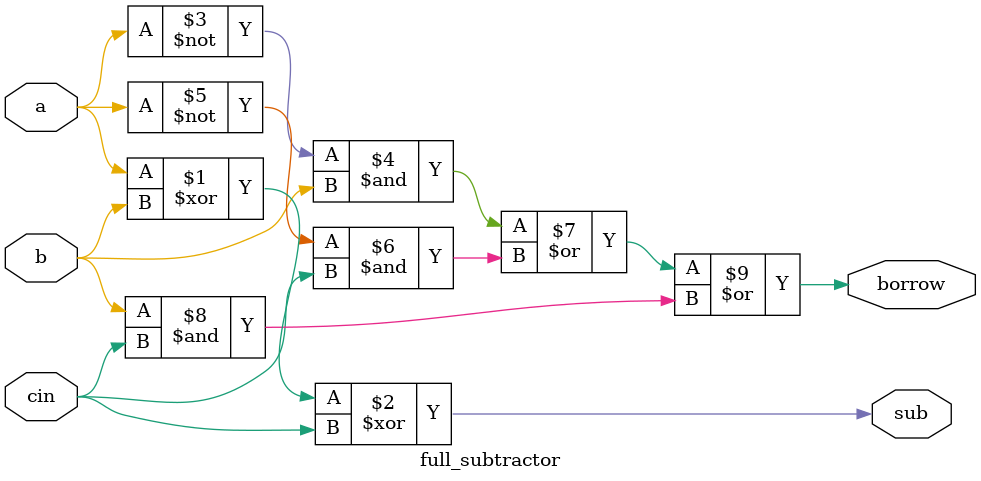
<source format=v>
module full_subtractor(input a,b,cin, output sub,borrow );

assign sub=a^b^cin;
assign borrow=(~a&b)|(~a&cin)|(b&cin);

endmodule 
</source>
